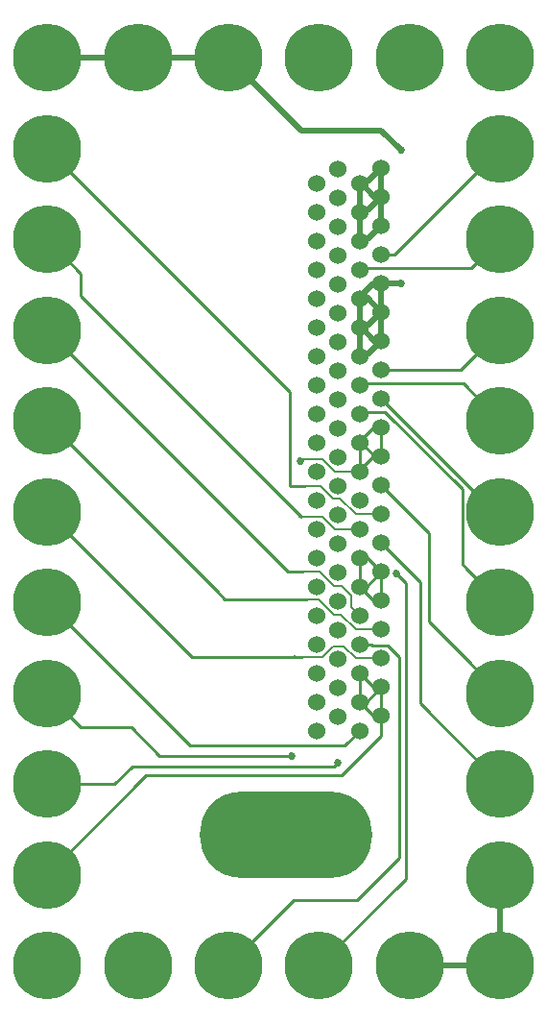
<source format=gtl>
%TF.GenerationSoftware,KiCad,Pcbnew,4.0.7-e2-6376~58~ubuntu16.04.1*%
%TF.CreationDate,2018-02-09T09:37:37-08:00*%
%TF.ProjectId,6x11-Microbit-Breakout,367831312D4D6963726F6269742D4272,1.0*%
%TF.FileFunction,Copper,L1,Top,Signal*%
%FSLAX46Y46*%
G04 Gerber Fmt 4.6, Leading zero omitted, Abs format (unit mm)*
G04 Created by KiCad (PCBNEW 4.0.7-e2-6376~58~ubuntu16.04.1) date Fri Feb  9 09:37:37 2018*
%MOMM*%
%LPD*%
G01*
G04 APERTURE LIST*
%ADD10C,0.350000*%
%ADD11O,15.240000X7.620000*%
%ADD12C,6.000000*%
%ADD13C,1.524000*%
%ADD14C,0.685800*%
%ADD15C,0.254000*%
%ADD16C,0.152400*%
%ADD17C,0.508000*%
%ADD18C,0.330200*%
%ADD19C,0.350000*%
G04 APERTURE END LIST*
D10*
D11*
X78333600Y-96723200D03*
D12*
X97215200Y-68257200D03*
X97214200Y-60257200D03*
X97214200Y-44257200D03*
X97214200Y-76257200D03*
X97214200Y-36257200D03*
X97214200Y-52257200D03*
X97215200Y-84257200D03*
X97215200Y-92257200D03*
X97214200Y-28257200D03*
X89215200Y-28257200D03*
X73215200Y-28257200D03*
X65215200Y-28257200D03*
X73215200Y-108257200D03*
X65215200Y-108257200D03*
X97214200Y-108257200D03*
X89215200Y-108257200D03*
X57215200Y-108257200D03*
X57215200Y-92257200D03*
X57215200Y-84257200D03*
X57215200Y-76257200D03*
X57215200Y-68257200D03*
X57215200Y-60257200D03*
X57215200Y-52257200D03*
X57215200Y-44257200D03*
X57215200Y-36257200D03*
X57215200Y-28257200D03*
X97215200Y-100257200D03*
X57215200Y-100257200D03*
D13*
X80985200Y-87552200D03*
X80985200Y-85012200D03*
X80985200Y-82472200D03*
X80985200Y-79932200D03*
X80985200Y-77392200D03*
X80985200Y-74852200D03*
X80985200Y-72312200D03*
X80985200Y-69772200D03*
X80985200Y-67232200D03*
X80985200Y-64692200D03*
X80985200Y-62152200D03*
X80985200Y-59612200D03*
X80985200Y-57072200D03*
X80985200Y-54532200D03*
X80985200Y-51992200D03*
X80985200Y-49452200D03*
X80985200Y-46912200D03*
X80985200Y-44372200D03*
X80985200Y-41832200D03*
X80985200Y-39292200D03*
X82885200Y-86282200D03*
X82885200Y-83742200D03*
X82885200Y-81202200D03*
X82885200Y-78662200D03*
X82885200Y-76122200D03*
X82885200Y-73582200D03*
X82885200Y-71042200D03*
X82885200Y-68502200D03*
X82885200Y-65962200D03*
X82885200Y-63422200D03*
X82885200Y-60882200D03*
X82885200Y-58342200D03*
X82885200Y-55802200D03*
X82885200Y-53262200D03*
X82885200Y-50722200D03*
X82885200Y-48182200D03*
X82885200Y-45642200D03*
X82885200Y-43102200D03*
X82885200Y-40562200D03*
X82885200Y-38022200D03*
X84785200Y-87552200D03*
X84785200Y-85012200D03*
X84785200Y-82472200D03*
X84785200Y-79932200D03*
X84785200Y-77392200D03*
X84785200Y-74852200D03*
X84785200Y-72312200D03*
X84785200Y-69772200D03*
X84785200Y-67232200D03*
X84785200Y-64692200D03*
X84785200Y-62152200D03*
X84785200Y-59612200D03*
X84785200Y-57072200D03*
X84785200Y-54532200D03*
X84785200Y-51992200D03*
X84785200Y-49452200D03*
X84785200Y-46912200D03*
X84785200Y-44372200D03*
X84785200Y-41832200D03*
X84785200Y-39292200D03*
X86685200Y-86232200D03*
X86685200Y-83692200D03*
X86685200Y-81152200D03*
X86685200Y-78612200D03*
X86685200Y-76072200D03*
X86685200Y-73532200D03*
X86685200Y-70992200D03*
X86685200Y-68452200D03*
X86685200Y-65912200D03*
X86685200Y-63372200D03*
X86685200Y-60832200D03*
X86685200Y-58292200D03*
X86685200Y-55752200D03*
X86685200Y-53212200D03*
X86685200Y-50672200D03*
X86685200Y-48132200D03*
X86685200Y-45592200D03*
X86685200Y-43052200D03*
X86685200Y-40512200D03*
X86685200Y-37972200D03*
D12*
X81215200Y-28257200D03*
X81215200Y-108257200D03*
D14*
X82854800Y-90347800D03*
X78841600Y-89763600D03*
X79552800Y-63779400D03*
X88416600Y-36399000D03*
X88416600Y-48132200D03*
X88035120Y-73688187D03*
D15*
X78697323Y-90690699D02*
X80416400Y-90690699D01*
X80416400Y-90690699D02*
X82511901Y-90690699D01*
X57215200Y-92257200D02*
X63140000Y-92257200D01*
X63140000Y-92257200D02*
X64706501Y-90690699D01*
X64706501Y-90690699D02*
X80416400Y-90690699D01*
X82511901Y-90690699D02*
X82854800Y-90347800D01*
X86685200Y-76072200D02*
X86005200Y-76072200D01*
X86005200Y-76072200D02*
X84785200Y-74852200D01*
X86685200Y-73532200D02*
X86685200Y-74609830D01*
X86685200Y-74609830D02*
X86685200Y-76072200D01*
X84785200Y-72312200D02*
X84785200Y-73389830D01*
X84785200Y-73389830D02*
X84785200Y-74852200D01*
X84785200Y-74852200D02*
X85365200Y-74852200D01*
X85365200Y-74852200D02*
X86685200Y-73532200D01*
X84785200Y-72312200D02*
X85465200Y-72312200D01*
X85465200Y-72312200D02*
X86685200Y-73532200D01*
X67132200Y-89763600D02*
X78841600Y-89763600D01*
X64625799Y-87257199D02*
X67132200Y-89763600D01*
X57215200Y-84257200D02*
X60215199Y-87257199D01*
X60215199Y-87257199D02*
X64625799Y-87257199D01*
D16*
X79732201Y-63599999D02*
X79552800Y-63779400D01*
X82778600Y-64692200D02*
X82601658Y-64692200D01*
X81509457Y-63599999D02*
X79732201Y-63599999D01*
X84785200Y-64692200D02*
X82778600Y-64692200D01*
X82601658Y-64692200D02*
X81509457Y-63599999D01*
D15*
X86685200Y-60832200D02*
X86685200Y-61909830D01*
X86685200Y-61909830D02*
X86685200Y-63372200D01*
X86685200Y-63372200D02*
X86005200Y-63372200D01*
X86005200Y-63372200D02*
X84785200Y-64592200D01*
X84785200Y-62052200D02*
X84785200Y-63129830D01*
X84785200Y-63129830D02*
X84785200Y-64592200D01*
X86685200Y-63372200D02*
X86105200Y-63372200D01*
X86105200Y-63372200D02*
X84785200Y-62052200D01*
X86685200Y-60832200D02*
X86005200Y-60832200D01*
X86005200Y-60832200D02*
X84785200Y-62052200D01*
D17*
X89215200Y-108257200D02*
X93457840Y-108257200D01*
X93457840Y-108257200D02*
X97214200Y-108257200D01*
X97215200Y-100257200D02*
X97215200Y-104499840D01*
X97215200Y-104499840D02*
X97214200Y-104500840D01*
X97214200Y-104500840D02*
X97214200Y-108257200D01*
X79629000Y-34671000D02*
X86688600Y-34671000D01*
X86688600Y-34671000D02*
X88416600Y-36399000D01*
X73215200Y-28257200D02*
X79629000Y-34671000D01*
X86685200Y-48132200D02*
X88416600Y-48132200D01*
X84785200Y-54432200D02*
X85465200Y-54432200D01*
X85465200Y-54432200D02*
X86685200Y-53212200D01*
X84785200Y-54432200D02*
X84785200Y-51892200D01*
X86685200Y-53212200D02*
X86685200Y-50672200D01*
X86685200Y-53212200D02*
X86105200Y-53212200D01*
X86105200Y-53212200D02*
X84785200Y-51892200D01*
X84785200Y-51892200D02*
X85465200Y-51892200D01*
X85465200Y-51892200D02*
X86685200Y-50672200D01*
X84785200Y-49352200D02*
X84785200Y-51892200D01*
X86685200Y-50672200D02*
X86685200Y-48132200D01*
X84785200Y-49352200D02*
X85365200Y-49352200D01*
X85365200Y-49352200D02*
X86685200Y-50672200D01*
X86685200Y-48132200D02*
X86005200Y-48132200D01*
X86005200Y-48132200D02*
X84785200Y-49352200D01*
X65215200Y-28257200D02*
X69457840Y-28257200D01*
X69457840Y-28257200D02*
X73215200Y-28257200D01*
X57215200Y-28257200D02*
X61457840Y-28257200D01*
X61457840Y-28257200D02*
X65215200Y-28257200D01*
X84785200Y-41732200D02*
X84785200Y-44272200D01*
X86685200Y-39451200D02*
X86685200Y-37972200D01*
X86685200Y-43052200D02*
X86685200Y-39451200D01*
X84785200Y-44272200D02*
X85465200Y-44272200D01*
X85465200Y-44272200D02*
X86685200Y-43052200D01*
X84785200Y-41732200D02*
X84785200Y-39192200D01*
X84785200Y-41732200D02*
X85465200Y-41732200D01*
X85465200Y-41732200D02*
X86685200Y-40512200D01*
X86685200Y-40512200D02*
X86105200Y-40512200D01*
X86105200Y-40512200D02*
X84785200Y-39192200D01*
X84785200Y-39192200D02*
X85465200Y-39192200D01*
X85465200Y-39192200D02*
X86685200Y-37972200D01*
D15*
X57215200Y-76257200D02*
X69807200Y-88849200D01*
X84785200Y-87552200D02*
X83642199Y-88695201D01*
X83642199Y-88695201D02*
X83642199Y-88696801D01*
X83642199Y-88696801D02*
X83489800Y-88849200D01*
X83489800Y-88849200D02*
X69807200Y-88849200D01*
X84582000Y-102489000D02*
X78983400Y-102489000D01*
X78983400Y-102489000D02*
X73215200Y-108257200D01*
X88315800Y-98755200D02*
X84582000Y-102489000D01*
X88315800Y-81026000D02*
X88315800Y-98755200D01*
X87298999Y-80009199D02*
X88315800Y-81026000D01*
X84785200Y-79932200D02*
X85862830Y-79932200D01*
X85862830Y-79932200D02*
X85939829Y-80009199D01*
X85939829Y-80009199D02*
X87298999Y-80009199D01*
D16*
X81229200Y-73542658D02*
X79832200Y-73542658D01*
X79832200Y-73542658D02*
X79568542Y-73542658D01*
D15*
X57215200Y-52257200D02*
X78500658Y-73542658D01*
X78500658Y-73542658D02*
X79832200Y-73542658D01*
D16*
X82514942Y-74828400D02*
X81229200Y-73542658D01*
X84785200Y-77392200D02*
X84023201Y-76630201D01*
X84023201Y-76630201D02*
X84023201Y-75643743D01*
X83207858Y-74828400D02*
X82514942Y-74828400D01*
X84023201Y-75643743D02*
X83207858Y-74828400D01*
X81509457Y-68679999D02*
X79629000Y-68679999D01*
X79629000Y-68679999D02*
X79503601Y-68679999D01*
D15*
X57215200Y-44257200D02*
X60215199Y-47257199D01*
X60215199Y-47257199D02*
X60215199Y-49266198D01*
X60215199Y-49266198D02*
X79629000Y-68679999D01*
D16*
X84785200Y-69772200D02*
X82601658Y-69772200D01*
X82601658Y-69772200D02*
X81509457Y-68679999D01*
D15*
X88874600Y-74549000D02*
X88035120Y-73709520D01*
X88035120Y-73709520D02*
X88035120Y-73688187D01*
X81215200Y-108257200D02*
X88874600Y-100597800D01*
X88874600Y-100597800D02*
X88874600Y-74549000D01*
X84785200Y-59512200D02*
X87056842Y-59512200D01*
X87056842Y-59512200D02*
X93834199Y-66289557D01*
X93834199Y-66289557D02*
X93834199Y-72877199D01*
X93834199Y-72877199D02*
X94214201Y-73257201D01*
X94214201Y-73257201D02*
X97214200Y-76257200D01*
X84785200Y-56972200D02*
X93929200Y-56972200D01*
X93929200Y-56972200D02*
X97214200Y-60257200D01*
X84785200Y-46812200D02*
X94659200Y-46812200D01*
X94659200Y-46812200D02*
X97214200Y-44257200D01*
D16*
X81509457Y-81024401D02*
X79730600Y-81024401D01*
X79730600Y-81024401D02*
X79170201Y-81024401D01*
D15*
X57215200Y-68257200D02*
X69982401Y-81024401D01*
X69982401Y-81024401D02*
X79730600Y-81024401D01*
D16*
X79170201Y-81024401D02*
X79070200Y-80924400D01*
X86685200Y-81152200D02*
X84451658Y-81152200D01*
X84451658Y-81152200D02*
X83409457Y-80109999D01*
X83409457Y-80109999D02*
X82423859Y-80109999D01*
X82423859Y-80109999D02*
X81509457Y-81024401D01*
X80137000Y-75944401D02*
X79906801Y-75944401D01*
X81153859Y-75944401D02*
X80137000Y-75944401D01*
D15*
X57215200Y-60257200D02*
X71964200Y-75006200D01*
X71964200Y-75006200D02*
X72370600Y-75412600D01*
X80137000Y-75944401D02*
X72902401Y-75944401D01*
X72902401Y-75944401D02*
X71964200Y-75006200D01*
D16*
X86685200Y-78612200D02*
X84451658Y-78612200D01*
X84451658Y-78612200D02*
X83157058Y-77317600D01*
X83157058Y-77317600D02*
X82527058Y-77317600D01*
X82527058Y-77317600D02*
X81153859Y-75944401D01*
D15*
X90119200Y-74426200D02*
X90119200Y-85161200D01*
X90119200Y-85161200D02*
X97215200Y-92257200D01*
X86685200Y-70992200D02*
X90119200Y-74426200D01*
X78638400Y-65989200D02*
X78638400Y-57680400D01*
X78638400Y-57680400D02*
X57215200Y-36257200D01*
D16*
X79959200Y-65989200D02*
X79679800Y-65989200D01*
X81358658Y-65989200D02*
X79959200Y-65989200D01*
D15*
X79959200Y-65989200D02*
X78638400Y-65989200D01*
D16*
X86685200Y-68452200D02*
X84451658Y-68452200D01*
X84451658Y-68452200D02*
X83053859Y-67054401D01*
X83053859Y-67054401D02*
X82423859Y-67054401D01*
X82423859Y-67054401D02*
X81358658Y-65989200D01*
D15*
X86685200Y-65912200D02*
X90932000Y-70159000D01*
X90932000Y-77974000D02*
X94215201Y-81257201D01*
X90932000Y-70159000D02*
X90932000Y-77974000D01*
X94215201Y-81257201D02*
X97215200Y-84257200D01*
X86685200Y-58292200D02*
X96650200Y-68257200D01*
X96650200Y-68257200D02*
X97215200Y-68257200D01*
X86685200Y-55752200D02*
X93719200Y-55752200D01*
X93719200Y-55752200D02*
X97214200Y-52257200D01*
X86685200Y-45592200D02*
X87879200Y-45592200D01*
X87879200Y-45592200D02*
X97214200Y-36257200D01*
X83185000Y-91516200D02*
X65956200Y-91516200D01*
X65956200Y-91516200D02*
X57215200Y-100257200D01*
X86685200Y-88016000D02*
X83185000Y-91516200D01*
X86685200Y-86232200D02*
X86685200Y-88016000D01*
X84785200Y-85012200D02*
X85365200Y-85012200D01*
X85365200Y-85012200D02*
X86685200Y-83692200D01*
X86685200Y-83692200D02*
X86005200Y-83692200D01*
X86005200Y-83692200D02*
X84785200Y-82472200D01*
X86685200Y-83692200D02*
X86685200Y-84769830D01*
X86685200Y-84769830D02*
X86685200Y-86232200D01*
X86685200Y-86232200D02*
X86005200Y-86232200D01*
X86005200Y-86232200D02*
X84785200Y-85012200D01*
X84785200Y-82472200D02*
X84785200Y-83549830D01*
X84785200Y-83549830D02*
X84785200Y-85012200D01*
D18*
X82854800Y-90347800D03*
X78841600Y-89763600D03*
X79552800Y-63779400D03*
X88416600Y-36399000D03*
X88416600Y-48132200D03*
X88035120Y-73688187D03*
D19*
X97215200Y-68257200D03*
X97214200Y-60257200D03*
X97214200Y-44257200D03*
X97214200Y-76257200D03*
X97214200Y-36257200D03*
X97214200Y-52257200D03*
X97215200Y-84257200D03*
X97215200Y-92257200D03*
X97214200Y-28257200D03*
X89215200Y-28257200D03*
X73215200Y-28257200D03*
X65215200Y-28257200D03*
X73215200Y-108257200D03*
X65215200Y-108257200D03*
X97214200Y-108257200D03*
X89215200Y-108257200D03*
X57215200Y-108257200D03*
X57215200Y-92257200D03*
X57215200Y-84257200D03*
X57215200Y-76257200D03*
X57215200Y-68257200D03*
X57215200Y-60257200D03*
X57215200Y-52257200D03*
X57215200Y-44257200D03*
X57215200Y-36257200D03*
X57215200Y-28257200D03*
X97215200Y-100257200D03*
X57215200Y-100257200D03*
X80985200Y-87552200D03*
X80985200Y-85012200D03*
X80985200Y-82472200D03*
X80985200Y-79932200D03*
X80985200Y-77392200D03*
X80985200Y-74852200D03*
X80985200Y-72312200D03*
X80985200Y-69772200D03*
X80985200Y-67232200D03*
X80985200Y-64692200D03*
X80985200Y-62152200D03*
X80985200Y-59612200D03*
X80985200Y-57072200D03*
X80985200Y-54532200D03*
X80985200Y-51992200D03*
X80985200Y-49452200D03*
X80985200Y-46912200D03*
X80985200Y-44372200D03*
X80985200Y-41832200D03*
X80985200Y-39292200D03*
X82885200Y-86282200D03*
X82885200Y-83742200D03*
X82885200Y-81202200D03*
X82885200Y-78662200D03*
X82885200Y-76122200D03*
X82885200Y-73582200D03*
X82885200Y-71042200D03*
X82885200Y-68502200D03*
X82885200Y-65962200D03*
X82885200Y-63422200D03*
X82885200Y-60882200D03*
X82885200Y-58342200D03*
X82885200Y-55802200D03*
X82885200Y-53262200D03*
X82885200Y-50722200D03*
X82885200Y-48182200D03*
X82885200Y-45642200D03*
X82885200Y-43102200D03*
X82885200Y-40562200D03*
X82885200Y-38022200D03*
X84785200Y-87552200D03*
X84785200Y-85012200D03*
X84785200Y-82472200D03*
X84785200Y-79932200D03*
X84785200Y-77392200D03*
X84785200Y-74852200D03*
X84785200Y-72312200D03*
X84785200Y-69772200D03*
X84785200Y-67232200D03*
X84785200Y-64692200D03*
X84785200Y-62152200D03*
X84785200Y-59612200D03*
X84785200Y-57072200D03*
X84785200Y-54532200D03*
X84785200Y-51992200D03*
X84785200Y-49452200D03*
X84785200Y-46912200D03*
X84785200Y-44372200D03*
X84785200Y-41832200D03*
X84785200Y-39292200D03*
X86685200Y-86232200D03*
X86685200Y-83692200D03*
X86685200Y-81152200D03*
X86685200Y-78612200D03*
X86685200Y-76072200D03*
X86685200Y-73532200D03*
X86685200Y-70992200D03*
X86685200Y-68452200D03*
X86685200Y-65912200D03*
X86685200Y-63372200D03*
X86685200Y-60832200D03*
X86685200Y-58292200D03*
X86685200Y-55752200D03*
X86685200Y-53212200D03*
X86685200Y-50672200D03*
X86685200Y-48132200D03*
X86685200Y-45592200D03*
X86685200Y-43052200D03*
X86685200Y-40512200D03*
X86685200Y-37972200D03*
X81215200Y-28257200D03*
X81215200Y-108257200D03*
M02*

</source>
